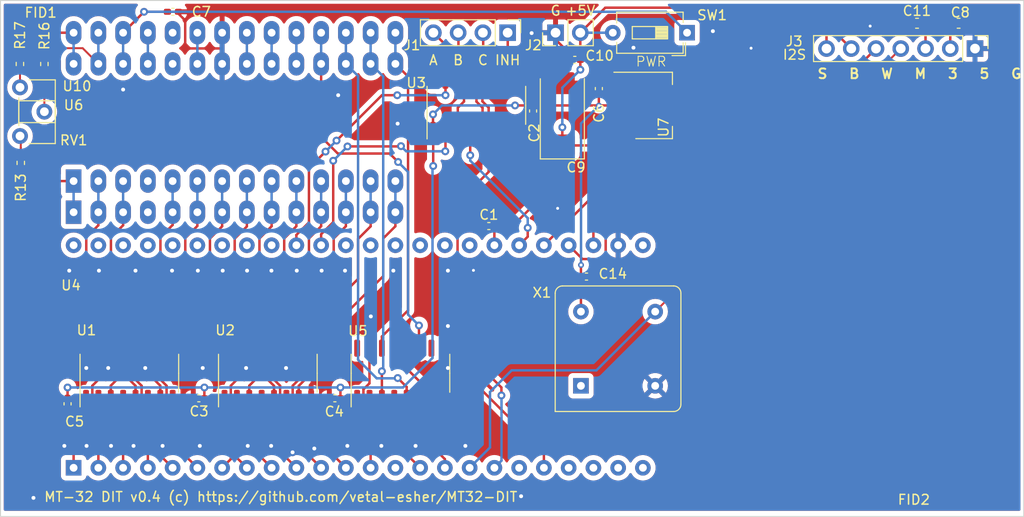
<source format=kicad_pcb>
(kicad_pcb (version 20240108) (generator "pcbnew") (generator_version "8.0")
  (layers (0 "F.Cu" signal) (31 "B.Cu" signal) (34 "B.Paste" user) (35 "F.Paste" user) (36 "B.SilkS" user "B.Silkscreen") (37 "F.SilkS" user "F.Silkscreen") (38 "B.Mask" user) (39 "F.Mask" user) (44 "Edge.Cuts" user))
  (net 0 "")
  (net 1 "GNDREF")
  (net 2 "+5V")
  (net 3 "D1")
  (net 4 "D2")
  (net 5 "D3")
  (net 6 "D4")
  (net 7 "D5")
  (net 8 "D6")
  (net 9 "D7")
  (net 10 "D8")
  (net 11 "D9")
  (net 12 "D10")
  (net 13 "D11")
  (net 14 "D12")
  (net 15 "D13")
  (net 16 "CLK_INH")
  (net 17 "D14")
  (net 18 "D15")
  (net 19 "MCLK")
  (net 20 "SDATA")
  (net 21 "CLK_C")
  (net 22 "CLK_B")
  (net 23 "CLK_A")
  (net 24 "P1")
  (net 25 "P2")
  (net 26 "P3")
  (net 27 "P4")
  (net 28 "P5")
  (net 29 "P6")
  (net 30 "P7")
  (net 31 "P8")
  (net 32 "P9")
  (net 33 "P10")
  (net 34 "P11")
  (net 35 "P12")
  (net 36 "P13")
  (net 37 "P14")
  (net 38 "P15")
  (net 39 "C_A")
  (net 40 "C_B")
  (net 41 "C_C")
  (net 42 "C_INH")
  (net 47 "/PCM1")
  (net 49 "/PCM19")
  (net 53 "DTR")
  (net 54 "D16")
  (net 60 "BCK")
  (net 61 "WCLK")
  (net 71 "TEST_INH")
  (net 72 "TEST_C")
  (net 73 "TEST_B")
  (net 74 "TEST_A")
  (net 75 "TEST_BCK")
  (net 76 "/PCM20")
  (net 77 "/PCM21")
  (net 78 "P16")
  (net 79 "/PCM23")
  (net 84 "/PCM25")
  (net 86 "/PCM27")
  (net 87 "/PCM28")
  (net 90 "+3V3")
  (net 91 "/PCM26")
  (net 92 "Net-(R13-Pad2)")
  (net 93 "Net-(R16-Pad1)")
  (net 94 "Net-(R17-Pad1)")
  (footprint "Package_SO:SO-16_3.9x9.9mm_P1.27mm" (layer "F.Cu") (at 173.18 112.54 90)
    (property "Reference" "U2")
    (property "Value" "4050")
  )
  (footprint "Capacitor_SMD:C_0402_1005Metric_Pad0.74x0.62mm_HandSolder" (layer "F.Cu") (at 200.4 85.6 -90)
    (property "Reference" "C2")
    (property "Value" "0.1uF")
  )
  (footprint "Capacitor_SMD:C_0402_1005Metric_Pad0.74x0.62mm_HandSolder" (layer "F.Cu") (at 180.06 115.11 180)
    (property "Reference" "C4")
    (property "Value" "0.1uF")
  )
  (footprint "Capacitor_Tantalum_SMD:CP_EIA-7343-43_Kemet-X_Pad2.25x2.55mm_HandSolder" (layer "F.Cu") (at 203.4 85.94 90)
    (property "Reference" "C9")
    (property "Value" "22uF")
  )
  (footprint "Capacitor_SMD:C_0402_1005Metric_Pad0.74x0.62mm_HandSolder" (layer "F.Cu") (at 207.15 83.3 90)
    (property "Reference" "C6")
    (property "Value" "0.1uF")
  )
  (footprint "Resistor_SMD:R_0402_1005Metric_Pad0.72x0.64mm_HandSolder" (layer "F.Cu") (at 150.25 80.775 90)
    (property "Reference" "R16")
    (property "Value" "1M")
  )
  (footprint "Connector_PinHeader_2.54mm:PinHeader_1x04_P2.54mm_Vertical" (layer "F.Cu") (at 197.79 77.56 -90)
    (property "Reference" "J1")
    (property "Value" "DEMUX_IN")
  )
  (footprint "Button_Switch_THT:SW_DIP_SPSTx01_Slide_6.7x4.1mm_W7.62mm_P2.54mm_LowProfile" (layer "F.Cu") (at 216.2 77.56 180)
    (property "Reference" "SW1")
    (property "Value" "PWR")
  )
  (footprint "Resistor_SMD:R_0402_1005Metric_Pad0.72x0.64mm_HandSolder" (layer "F.Cu") (at 147.74 80.772 90)
    (property "Reference" "R17")
    (property "Value" "330K")
  )
  (footprint "pe65612nl:PCM54" (layer "F.Cu") (at 153.25 96 90)
    (property "Reference" "U6")
    (property "Value" "PCM54HP")
  )
  (footprint "pe65612nl:PCM54" (layer "F.Cu") (at 153.25 92.8 90)
    (property "Reference" "U10")
    (property "Value" "PCM54HP")
  )
  (footprint "Capacitor_SMD:C_0402_1005Metric_Pad0.74x0.62mm_HandSolder" (layer "F.Cu") (at 205.88 102.61 180)
    (property "Reference" "C14")
    (property "Value" "0.1uF")
  )
  (footprint "Capacitor_SMD:C_0402_1005Metric_Pad0.74x0.62mm_HandSolder" (layer "F.Cu") (at 195.86 97.42)
    (property "Reference" "C1")
    (property "Value" "0.1uF")
  )
  (footprint "Package_SO:SO-16_3.9x9.9mm_P1.27mm" (layer "F.Cu") (at 186.79 112.54 90)
    (property "Reference" "U5")
    (property "Value" "4050")
  )
  (footprint "Package_SO:SO-16_3.9x9.9mm_P1.27mm" (layer "F.Cu") (at 194.58 85.02 90)
    (property "Reference" "U3")
    (property "Value" "4050")
  )
  (footprint "Capacitor_SMD:C_0402_1005Metric_Pad0.74x0.62mm_HandSolder" (layer "F.Cu") (at 163.44 75.41)
    (property "Reference" "C7")
    (property "Value" "0.1uF")
  )
  (footprint "Fiducial:Fiducial_0.5mm_Mask1mm" (layer "F.Cu") (at 147.225 75.5)
    (property "Reference" "FID1")
    (property "Value" "Fiducial")
  )
  (footprint "Package_SO:SO-16_3.9x9.9mm_P1.27mm" (layer "F.Cu") (at 158.97 112.54 90)
    (property "Reference" "U1")
    (property "Value" "4050")
  )
  (footprint "Package_TO_SOT_SMD:SOT-223-3_TabPin2" (layer "F.Cu") (at 212.79 85.03)
    (property "Reference" "U7")
    (property "Value" "AP1117-33")
  )
  (footprint "Oscillator:Oscillator_DIP-8" (layer "F.Cu") (at 205.31 113.83)
    (property "Reference" "X1")
    (property "Value" "16.384MHz")
  )
  (footprint "Capacitor_SMD:C_0402_1005Metric_Pad0.74x0.62mm_HandSolder" (layer "F.Cu") (at 166.1 115.11 180)
    (property "Reference" "C3")
    (property "Value" "0.1uF")
  )
  (footprint "Capacitor_SMD:C_0603_1608Metric_Pad1.08x0.95mm_HandSolder" (layer "F.Cu") (at 239.8 76.59)
    (property "Reference" "C11")
    (property "Value" "2.2uF")
  )
  (footprint "tangnano:DIP-48_W15.24mm_Socket" (layer "F.Cu") (at 153.25 122.25 90)
    (property "Reference" "U4")
    (property "Value" "Gowin9K")
  )
  (footprint "Potentiometer_THT:Potentiometer_Piher_PT-6-H_Horizontal" (layer "F.Cu") (at 147.75 83.1725)
    (property "Reference" "RV1")
    (property "Value" "100K")
  )
  (footprint "Connector_PinHeader_2.54mm:PinHeader_1x02_P2.54mm_Vertical" (layer "F.Cu") (at 202.705 77.56 90)
    (property "Reference" "J2")
    (property "Value" "PWR_IN")
  )
  (footprint "Capacitor_SMD:C_0603_1608Metric_Pad1.08x0.95mm_HandSolder" (layer "F.Cu") (at 244.07 76.59 180)
    (property "Reference" "C8")
    (property "Value" "2.2uF")
  )
  (footprint "Resistor_SMD:R_0402_1005Metric_Pad0.72x0.64mm_HandSolder" (layer "F.Cu") (at 147.828 90.932 90)
    (property "Reference" "R13")
    (property "Value" "560K")
  )
  (footprint "Capacitor_SMD:C_0402_1005Metric_Pad0.74x0.62mm_HandSolder" (layer "F.Cu") (at 152.63 115.68 -90)
    (property "Reference" "C5")
    (property "Value" "0.1uF")
  )
  (footprint "Capacitor_SMD:C_0402_1005Metric_Pad0.74x0.62mm_HandSolder" (layer "F.Cu") (at 204.68 80.35 180)
    (property "Reference" "C10")
    (property "Value" "0.1uF")
  )
  (footprint "Connector_PinHeader_2.54mm:PinHeader_1x07_P2.54mm_Vertical" (layer "F.Cu") (at 245.75 79.19 -90)
    (property "Reference" "J3")
    (property "Value" "I2S_CONN")
  )
  (footprint "Fiducial:Fiducial_0.5mm_Mask1mm" (layer "F.Cu") (at 242.32 125.4)
    (property "Reference" "FID2")
    (property "Value" "Fiducial")
  )
  (gr_rect (start 145.75 74.25) (end 250.75 127.25) (stroke (width 0.1)) (fill none) (layer "Edge.Cuts"))
  (gr_text "+5V" (at 205.245 75.3 0) (layer "F.SilkS") (effects (font (size 1 1))))
  (gr_text "C" (at 195.25 80.38 0) (layer "F.SilkS") (effects (font (size 1 1))))
  (gr_text "S   B   W   M   3   5   G" (at 229.49 82.36 0) (layer "F.SilkS") (effects (font (size 1 1) (thickness 0.2) (bold yes)) (justify left bottom)))
  (gr_text "MT-32 DIT v0.4 (c) https://github.com/vetal-esher/MT32-DIT" (at 174.51 125.24 0) (layer "F.SilkS") (effects (font (size 1 1))))
  (gr_text "A" (at 190.17 80.38 0) (layer "F.SilkS") (effects (font (size 1 1))))
  (gr_text "INH" (at 197.79 80.38 0) (layer "F.SilkS") (effects (font (size 1 1))))
  (gr_text "G" (at 202.705 75.3 0) (layer "F.SilkS") (effects (font (size 1 1))))
  (gr_text "I2S" (at 227.23 79.82 0) (layer "F.SilkS") (effects (font (size 1 1))))
  (gr_text "B" (at 192.71 80.38 0) (layer "F.SilkS") (effects (font (size 1 1))))
  (gr_text "PWR" (at 210.88 81.11 0) (layer "F.SilkS") (effects (font (size 1 1) (thickness 0.1)) (justify left bottom)))
  (segment (start 164.7 76.3) (end 164.7 78.7) (width 0.25) (layer "F.Cu") (net 1))
  (segment (start 164.0075 75.6075) (end 164.7 76.3) (width 0.25) (layer "F.Cu") (net 1))
  (segment (start 202.705 77.56) (end 202.705 78.255) (width 0.25) (layer "F.Cu") (net 1))
  (segment (start 179.4875 115.115) (end 179.4925 115.11) (width 0.25) (layer "F.Cu") (net 1))
  (segment (start 209.6375 82.7325) (end 209.64 82.73) (width 0.25) (layer "F.Cu") (net 1))
  (segment (start 177.625 115.115) (end 179.4875 115.115) (width 0.25) (layer "F.Cu") (net 1))
  (segment (start 202.705 78.255) (end 204.125 79.675) (width 0.25) (layer "F.Cu") (net 1))
  (segment (start 204.125 80.3375) (end 204.1125 80.35) (width 0.25) (layer "F.Cu") (net 1))
  (segment (start 163.345 115.115) (end 165.5275 115.115) (width 0.25) (layer "F.Cu") (net 1))
  (segment (start 204.1125 80.8125) (end 203.4 81.525) (width 0.25) (layer "F.Cu") (net 1))
  (segment (start 164.0075 75.41) (end 164.0075 75.6075) (width 0.25) (layer "F.Cu") (net 1))
  (segment (start 164.7 78.7) (end 165.175 79.175) (width 0.25) (layer "F.Cu") (net 1))
  (segment (start 203.4 82.74) (end 207.1425 82.74) (width 0.25) (layer "F.Cu") (net 1))
  (segment (start 203.4 81.525) (end 203.4 82.74) (width 0.25) (layer "F.Cu") (net 1))
  (segment (start 204.125 79.675) (end 204.125 80.3375) (width 0.25) (layer "F.Cu") (net 1))
  (segment (start 165.175 79.175) (end 168.375 79.175) (width 0.25) (layer "F.Cu") (net 1))
  (segment (start 207.15 82.7325) (end 209.6375 82.7325) (width 0.25) (layer "F.Cu") (net 1))
  (segment (start 165.5275 115.115) (end 165.5325 115.11) (width 0.25) (layer "F.Cu") (net 1))
  (segment (start 204.1125 80.35) (end 204.1125 80.8125) (width 0.25) (layer "F.Cu") (net 1))
  (segment (start 168.49 79.06) (end 168.49 77.56) (width 0.25) (layer "F.Cu") (net 1))
  (segment (start 207.1425 82.74) (end 207.15 82.7325) (width 0.25) (layer "F.Cu") (net 1))
  (segment (start 168.375 79.175) (end 168.49 79.06) (width 0.25) (layer "F.Cu") (net 1))
  (via (at 159.4 120) (size 0.8) (drill 0.4) (layers "F.Cu" "B.Cu") (net 1))
  (via (at 166.2 120) (size 0.8) (drill 0.4) (layers "F.Cu" "B.Cu") (net 1))
  (via (at 218.85 77.4) (size 0.8) (drill 0.4) (layers "F.Cu" "B.Cu") (net 1))
  (via (at 173.52 120) (size 0.8) (drill 0.4) (layers "F.Cu" "B.Cu") (net 1))
  (via (at 158.33 83.4) (size 0.8) (drill 0.4) (layers "F.Cu" "B.Cu") (net 1))
  (via (at 152.8 102) (size 0.8) (drill 0.4) (layers "F.Cu" "B.Cu") (net 1))
  (via (at 178.7 102) (size 0.8) (drill 0.4) (layers "F.Cu" "B.Cu") (net 1))
  (via (at 155.85 102) (size 0.8) (drill 0.4) (layers "F.Cu" "B.Cu") (net 1))
  (via (at 180.4 83.98) (size 0.8) (drill 0.4) (layers "F.Cu" "B.Cu") (net 1))
  (via (at 234.99 76.88) (size 0.6) (drill 0.3) (layers "F.Cu" "B.Cu") (net 1))
  (via (at 193.45 120) (size 0.8) (drill 0.4) (layers "F.Cu" "B.Cu") (net 1))
  (via (at 168.55 102) (size 0.8) (drill 0.4) (layers "F.Cu" "B.Cu") (net 1))
  (via (at 181.1 102) (size 0.8) (drill 0.4) (layers "F.Cu" "B.Cu") (net 1))
  (via (at 222.77 79.15) (size 0.6) (drill 0.3) (layers "F.Cu" "B.Cu") (net 1))
  (via (at 188.34 120) (size 0.8) (drill 0.4) (layers "F.Cu" "B.Cu") (net 1))
  (via (at 175.05 112) (size 0.8) (drill 0.4) (layers "F.Cu" "B.Cu") (net 1))
  (via (at 191.66 102) (size 0.8) (drill 0.4) (layers "F.Cu" "B.Cu") (net 1))
  (via (at 152.3 120) (size 0.8) (drill 0.4) (layers "F.Cu" "B.Cu") (net 1))
  (via (at 156.8 112) (size 0.8) (drill 0.4) (layers "F.Cu" "B.Cu") (net 1))
  (via (at 154.55 112) (size 0.8) (drill 0.4) (layers "F.Cu" "B.Cu") (net 1))
  (via (at 191.66 107.69) (size 0.8) (drill 0.4) (layers "F.Cu" "B.Cu") (net 1))
  (via (at 176.15 102) (size 0.8) (drill 0.4) (layers "F.Cu" "B.Cu") (net 1))
  (via (at 210.7 79.1) (size 0.8) (drill 0.4) (layers "F.Cu" "B.Cu") (net 1))
  (via (at 186.5 86.9) (size 0.8) (drill 0.4) (layers "F.Cu" "B.Cu") (net 1))
  (via (at 162.38 120) (size 0.8) (drill 0.4) (layers "F.Cu" "B.Cu") (net 1))
  (via (at 194.28 101.97) (size 0.6) (drill 0.3) (layers "F.Cu" "B.Cu") (net 1))
  (via (at 199.17 125.17) (size 0.8) (drill 0.4) (layers "F.Cu" "B.Cu") (net 1))
  (via (at 160.6 112) (size 0.8) (drill 0.4) (layers "F.Cu" "B.Cu") (net 1))
  (via (at 181.34 120) (size 0.8) (drill 0.4) (layers "F.Cu" "B.Cu") (net 1))
  (via (at 202.92 95.6) (size 0.6) (drill 0.3) (layers "F.Cu" "B.Cu") (net 1))
  (via (at 159.6 102) (size 0.8) (drill 0.4) (layers "F.Cu" "B.Cu") (net 1))
  (via (at 157.09 120) (size 0.8) (drill 0.4) (layers "F.Cu" "B.Cu") (net 1))
  (via (at 154.58 120) (size 0.8) (drill 0.4) (layers "F.Cu" "B.Cu") (net 1))
  (via (at 191.66 112) (size 0.8) (drill 0.4) (layers "F.Cu" "B.Cu") (net 1))
  (via (at 173.55 102) (size 0.8) (drill 0.4) (layers "F.Cu" "B.Cu") (net 1))
  (via (at 166 102) (size 0.8) (drill 0.4) (layers "F.Cu" "B.Cu") (net 1))
  (via (at 170.95 112) (size 0.8) (drill 0.4) (layers "F.Cu" "B.Cu") (net 1))
  (via (at 166.5 112) (size 0.8) (drill 0.4) (layers "F.Cu" "B.Cu") (net 1))
  (via (at 171.05 102) (size 0.8) (drill 0.4) (layers "F.Cu" "B.Cu") (net 1))
  (via (at 177.95 120.27) (size 0.8) (drill 0.4) (layers "F.Cu" "B.Cu") (net 1))
  (via (at 163.35 102) (size 0.8) (drill 0.4) (layers "F.Cu" "B.Cu") (net 1))
  (via (at 175.72 120.66) (size 0.8) (drill 0.4) (layers "F.Cu" "B.Cu") (net 1))
  (via (at 186.06 102) (size 0.8) (drill 0.4) (layers "F.Cu" "B.Cu") (net 1))
  (via (at 183.75 106.7) (size 0.8) (drill 0.4) (layers "F.Cu" "B.Cu") (net 1))
  (via (at 171.12 120) (size 0.8) (drill 0.4) (layers "F.Cu" "B.Cu") (net 1))
  (via (at 200.25 77.6) (size 0.8) (drill 0.4) (layers "F.Cu" "B.Cu") (net 1))
  (via (at 184.83 120) (size 0.8) (drill 0.4) (layers "F.Cu" "B.Cu") (net 1))
  (via (at 149.13 125.34) (size 0.8) (drill 0.4) (layers "F.Cu" "B.Cu") (net 1))
  (segment (start 168.49 77.56) (end 168.49 80.76) (width 0.25) (layer "B.Cu") (net 1))
  (segment (start 207.895 87.33) (end 209.64 87.33) (width 0.25) (layer "F.Cu") (net 2))
  (segment (start 206.369511 76.430489) (end 207.81 74.99) (width 0.25) (layer "F.Cu") (net 2))
  (segment (start 205.245 77.56) (end 206.369511 76.435489) (width 0.25) (layer "F.Cu") (net 2))
  (segment (start 205.2475 81.3575) (end 205.25 81.36) (width 0.25) (layer "F.Cu") (net 2))
  (segment (start 198.3 97.42) (end 203.4 92.32) (width 0.25) (layer "F.Cu") (net 2))
  (segment (start 243.21 75.7) (end 243.21 79.19) (width 0.25) (layer "F.Cu") (net 2))
  (segment (start 206.369511 76.435489) (end 206.369511 76.430489) (width 0.25) (layer "F.Cu") (net 2))
  (segment (start 206.085 89.14) (end 207.895 87.33) (width 0.25) (layer "F.Cu") (net 2))
  (segment (start 196.4275 97.42) (end 196.4275 99.3875) (width 0.25) (layer "F.Cu") (net 2))
  (segment (start 205.245 77.56) (end 205.245 80.3475) (width 0.25) (layer "F.Cu") (net 2))
  (segment (start 196.4275 99.3875) (end 196.43 99.39) (width 0.25) (layer "F.Cu") (net 2))
  (segment (start 205.2475 80.35) (end 205.2475 81.3575) (width 0.25) (layer "F.Cu") (net 2))
  (segment (start 205.245 80.3475) (end 205.2475 80.35) (width 0.25) (layer "F.Cu") (net 2))
  (segment (start 203.4 87.28) (end 203.4 89.14) (width 0.25) (layer "F.Cu") (net 2))
  (segment (start 196.4275 97.42) (end 198.3 97.42) (width 0.25) (layer "F.Cu") (net 2))
  (segment (start 207.81 74.99) (end 242.5 74.99) (width 0.25) (layer "F.Cu") (net 2))
  (segment (start 242.5 74.99) (end 243.21 75.7) (width 0.25) (layer "F.Cu") (net 2))
  (segment (start 203.4 92.32) (end 203.4 89.14) (width 0.25) (layer "F.Cu") (net 2))
  (segment (start 203.4 89.14) (end 206.085 89.14) (width 0.25) (layer "F.Cu") (net 2))
  (via (at 205.25 81.36) (size 0.8) (drill 0.4) (layers "F.Cu" "B.Cu") (net 2))
  (via (at 203.4 87.28) (size 0.8) (drill 0.4) (layers "F.Cu" "B.Cu") (net 2))
  (segment (start 203.4 83.21) (end 203.4 87.28) (width 0.25) (layer "B.Cu") (net 2))
  (segment (start 205.25 81.36) (end 203.4 83.21) (width 0.25) (layer "B.Cu") (net 2))
  (segment (start 205.245 77.56) (end 208.58 77.56) (width 0.25) (layer "B.Cu") (net 2))
  (segment (start 155.17 113.82) (end 155.17 117.31) (width 0.25) (layer "F.Cu") (net 3))
  (segment (start 153.25 119.23) (end 153.25 122.25) (width 0.25) (layer "F.Cu") (net 3))
  (segment (start 155.795 113.195) (end 155.17 113.82) (width 0.25) (layer "F.Cu") (net 3))
  (segment (start 155.17 117.31) (end 153.25 119.23) (width 0.25) (layer "F.Cu") (net 3))
  (segment (start 155.795 109.965) (end 155.795 113.195) (width 0.25) (layer "F.Cu") (net 3))
  (segment (start 155.795 115.115) (end 155.79 115.12) (width 0.25) (layer "F.Cu") (net 4))
  (segment (start 155.79 115.12) (end 155.79 122.25) (width 0.25) (layer "F.Cu") (net 4))
  (segment (start 158.33 115.12) (end 158.33 122.25) (width 0.25) (layer "F.Cu") (net 5))
  (segment (start 158.335 115.115) (end 158.33 115.12) (width 0.25) (layer "F.Cu") (net 5))
  (segment (start 159.61 109.97) (end 159.61 113.2) (width 0.25) (layer "F.Cu") (net 6))
  (segment (start 160.23 113.82) (end 160.23 119.72) (width 0.25) (layer "F.Cu") (net 6))
  (segment (start 160.87 120.36) (end 160.87 122.25) (width 0.25) (layer "F.Cu") (net 6))
  (segment (start 159.605 109.965) (end 159.61 109.97) (width 0.25) (layer "F.Cu") (net 6))
  (segment (start 159.61 113.2) (end 160.23 113.82) (width 0.25) (layer "F.Cu") (net 6))
  (segment (start 160.23 119.72) (end 160.87 120.36) (width 0.25) (layer "F.Cu") (net 6))
  (segment (start 160.875 119.715) (end 163.41 122.25) (width 0.25) (layer "F.Cu") (net 7))
  (segment (start 160.875 115.115) (end 160.875 119.715) (width 0.25) (layer "F.Cu") (net 7))
  (segment (start 162.145 109.965) (end 162.145 113.175) (width 0.25) (layer "F.Cu") (net 8))
  (segment (start 162.145 113.175) (end 162.79 113.82) (width 0.25) (layer "F.Cu") (net 8))
  (segment (start 162.79 119.09) (end 165.95 122.25) (width 0.25) (layer "F.Cu") (net 8))
  (segment (start 162.79 113.82) (end 162.79 119.09) (width 0.25) (layer "F.Cu") (net 8))
  (segment (start 170.005 109.965) (end 170 109.97) (width 0.25) (layer "F.Cu") (net 9))
  (segment (start 170 113.2) (end 169.38 113.82) (width 0.25) (layer "F.Cu") (net 9))
  (segment (start 169.38 113.82) (end 169.38 121.36) (width 0.25) (layer "F.Cu") (net 9))
  (segment (start 169.38 121.36) (end 168.49 122.25) (width 0.25) (layer "F.Cu") (net 9))
  (segment (start 170 109.97) (end 170 113.2) (width 0.25) (layer "F.Cu") (net 9))
  (segment (start 170.005 115.115) (end 170.005 121.225) (width 0.25) (layer "F.Cu") (net 10))
  (segment (start 170.005 121.225) (end 171.03 122.25) (width 0.25) (layer "F.Cu") (net 10))
  (segment (start 172.545 121.225) (end 173.57 122.25) (width 0.25) (layer "F.Cu") (net 11))
  (segment (start 172.545 115.115) (end 172.545 121.225) (width 0.25) (layer "F.Cu") (net 11))
  (segment (start 173.84 109.99) (end 173.84 113.22) (width 0.25) (layer "F.Cu") (net 12))
  (segment (start 174.44 120.58) (end 176.11 122.25) (width 0.25) (layer "F.Cu") (net 12))
  (segment (start 174.44 113.82) (end 174.44 120.58) (width 0.25) (layer "F.Cu") (net 12))
  (segment (start 173.815 109.965) (end 173.84 109.99) (width 0.25) (layer "F.Cu") (net 12))
  (segment (start 173.84 113.22) (end 174.44 113.82) (width 0.25) (layer "F.Cu") (net 12))
  (segment (start 175.085 118.685) (end 178.65 122.25) (width 0.25) (layer "F.Cu") (net 13))
  (segment (start 175.085 115.115) (end 175.085 118.685) (width 0.25) (layer "F.Cu") (net 13))
  (segment (start 175.73 113.82) (end 175.73 116.79) (width 0.25) (layer "F.Cu") (net 14))
  (segment (start 176.35 109.97) (end 176.35 113.2) (width 0.25) (layer "F.Cu") (net 14))
  (segment (start 176.355 109.965) (end 176.35 109.97) (width 0.25) (layer "F.Cu") (net 14))
  (segment (start 176.35 113.2) (end 175.73 113.82) (width 0.25) (layer "F.Cu") (net 14))
  (segment (start 175.73 116.79) (end 181.19 122.25) (width 0.25) (layer "F.Cu") (net 14))
  (segment (start 183.61 109.97) (end 183.615 109.965) (width 0.25) (layer "F.Cu") (net 15))
  (segment (start 183.61 113.573249) (end 183.61 109.97) (width 0.25) (layer "F.Cu") (net 15))
  (segment (start 182.99 117.08) (end 182.99 114.193249) (width 0.25) (layer "F.Cu") (net 15))
  (segment (start 182.99 114.193249) (end 183.61 113.573249) (width 0.25) (layer "F.Cu") (net 15))
  (segment (start 183.73 122.25) (end 183.73 117.82) (width 0.25) (layer "F.Cu") (net 15))
  (segment (start 183.73 117.82) (end 182.99 117.08) (width 0.25) (layer "F.Cu") (net 15))
  (segment (start 197.15 114) (end 192.65 109.5) (width 0.25) (layer "F.Cu") (net 16))
  (segment (start 192.65 95.05) (end 195.84 91.86) (width 0.25) (layer "F.Cu") (net 16))
  (segment (start 195.2 82.46) (end 195.215 82.445) (width 0.25) (layer "F.Cu") (net 16))
  (segment (start 195.84 91.86) (end 195.84 85.253604) (width 0.25) (layer "F.Cu") (net 16))
  (segment (start 195.84 85.253604) (end 195.2 84.613604) (width 0.25) (layer "F.Cu") (net 16))
  (segment (start 192.65 109.5) (end 192.65 95.05) (width 0.25) (layer "F.Cu") (net 16))
  (segment (start 197.15 114.82) (end 197.15 114) (width 0.25) (layer "F.Cu") (net 16))
  (segment (start 195.2 84.613604) (end 195.2 82.46) (width 0.25) (layer "F.Cu") (net 16))
  (via (at 197.15 114.82) (size 0.8) (drill 0.4) (layers "F.Cu" "B.Cu") (net 16))
  (segment (start 197.16 121.52) (end 196.43 122.25) (width 0.25) (layer "B.Cu") (net 16))
  (segment (start 197.15 114.82) (end 197.16 114.83) (width 0.25) (layer "B.Cu") (net 16))
  (segment (start 197.16 114.83) (end 197.16 121.52) (width 0.25) (layer "B.Cu") (net 16))
  (segment (start 188.81 122.25) (end 183.615 117.055) (width 0.25) (layer "F.Cu") (net 17))
  (segment (start 183.615 117.055) (end 183.615 115.115) (width 0.25) (layer "F.Cu") (net 17))
  (segment (start 191.35 121.36) (end 186.155 116.165) (width 0.25) (layer "F.Cu") (net 18))
  (segment (start 186.155 116.165) (end 186.155 115.115) (width 0.25) (layer "F.Cu") (net 18))
  (segment (start 191.35 122.25) (end 191.35 121.36) (width 0.25) (layer "F.Cu") (net 18))
  (segment (start 219.345 81.645228) (end 219.345 99.795) (width 0.2) (layer "F.Cu") (net 19))
  (segment (start 238.13 79.19) (end 235.924009 81.395991) (width 0.2) (layer "F.Cu") (net 19))
  (segment (start 219.345 99.795) (end 212.93 106.21) (width 0.2) (layer "F.Cu") (net 19))
  (segment (start 219.594237 81.395991) (end 219.345 81.645228) (width 0.2) (layer "F.Cu") (net 19))
  (segment (start 235.924009 81.395991) (end 219.594237 81.395991) (width 0.2) (layer "F.Cu") (net 19))
  (segment (start 212.93 106.21) (end 206.9 112.24) (width 0.25) (layer "B.Cu") (net 19))
  (segment (start 206.9 112.24) (end 198.2 112.24) (width 0.25) (layer "B.Cu") (net 19))
  (segment (start 195.98 120.16) (end 193.89 122.25) (width 0.25) (layer "B.Cu") (net 19))
  (segment (start 195.98 114.46) (end 195.98 120.16) (width 0.25) (layer "B.Cu") (net 19))
  (segment (start 198.2 112.24) (end 195.98 114.46) (width 0.25) (layer "B.Cu") (net 19))
  (segment (start 218.066396 89.51) (end 212.026396 89.51) (width 0.25) (layer "F.Cu") (net 20))
  (segment (start 206.59 94.946396) (end 206.59 99.39) (width 0.25) (layer "F.Cu") (net 20))
  (segment (start 230.51 77.76) (end 229.8 77.05) (width 0.25) (layer "F.Cu") (net 20))
  (segment (start 229.8 77.05) (end 222.702792 77.05) (width 0.25) (layer "F.Cu") (net 20))
  (segment (start 222.702792 77.05) (end 218.47 81.282792) (width 0.25) (layer "F.Cu") (net 20))
  (segment (start 212.026396 89.51) (end 206.59 94.946396) (width 0.25) (layer "F.Cu") (net 20))
  (segment (start 218.47 89.106396) (end 218.066396 89.51) (width 0.25) (layer "F.Cu") (net 20))
  (segment (start 230.51 79.19) (end 230.51 77.76) (width 0.25) (layer "F.Cu") (net 20))
  (segment (start 218.47 81.282792) (end 218.47 89.106396) (width 0.25) (layer "F.Cu") (net 20))
  (segment (start 193.95 87.6) (end 193.945 87.595) (width 0.25) (layer "F.Cu") (net 21))
  (segment (start 193.95 90.15) (end 193.95 87.6) (width 0.25) (layer "F.Cu") (net 21))
  (segment (start 199.85 98.51) (end 198.97 99.39) (width 0.25) (layer "F.Cu") (net 21))
  (segment (start 199.85 97.6) (end 199.85 98.51) (width 0.25) (layer "F.Cu") (net 21))
  (via (at 199.85 97.6) (size 0.8) (drill 0.4) (layers "F.Cu" "B.Cu") (net 21))
  (via (at 193.95 90.15) (size 0.8) (drill 0.4) (layers "F.Cu" "B.Cu") (net 21))
  (segment (start 199.85 96.6) (end 193.95 90.7) (width 0.25) (layer "B.Cu") (net 21))
  (segment (start 199.85 97.6) (end 199.85 96.6) (width 0.25) (layer "B.Cu") (net 21))
  (segment (start 193.95 90.7) (end 193.95 90.15) (width 0.25) (layer "B.Cu") (net 21))
  (segment (start 191.41 89.72) (end 191.41 87.6) (width 0.25) (layer "F.Cu") (net 22))
  (segment (start 178.65 98.25863) (end 179.89 97.01863) (width 0.25) (layer "F.Cu") (net 22))
  (segment (start 186.8455 89.21) (end 186.8155 89.24) (width 0.25) (layer "F.Cu") (net 22))
  (segment (start 181.36 89.24) (end 181.355 89.245) (width 0.25) (layer "F.Cu") (net 22))
  (segment (start 186.8155 89.24) (end 181.36 89.24) (width 0.25) (layer "F.Cu") (net 22))
  (segment (start 178.65 99.39) (end 178.65 98.25863) (width 0.25) (layer "F.Cu") (net 22))
  (segment (start 191.39 89.74) (end 191.41 89.72) (width 0.25) (layer "F.Cu") (net 22))
  (segment (start 179.89 97.01863) (end 179.89 90.71) (width 0.25) (layer "F.Cu") (net 22))
  (segment (start 191.41 87.6) (end 191.405 87.595) (width 0.25) (layer "F.Cu") (net 22))
  (via (at 186.8455 89.21) (size 0.8) (drill 0.4) (layers "F.Cu" "B.Cu") (net 22))
  (via (at 179.89 90.71) (size 0.8) (drill 0.4) (layers "F.Cu" "B.Cu") (net 22))
  (via (at 191.39 89.74) (size 0.8) (drill 0.4) (layers "F.Cu" "B.Cu") (net 22))
  (via (at 181.355 89.245) (size 0.8) (drill 0.4) (layers "F.Cu" "B.Cu") (net 22))
  (segment (start 187.3755 89.74) (end 186.8455 89.21) (width 0.25) (layer "B.Cu") (net 22))
  (segment (start 179.89 90.71) (end 181.355 89.245) (width 0.25) (layer "B.Cu") (net 22))
  (segment (start 191.39 89.74) (end 187.3755 89.74) (width 0.25) (layer "B.Cu") (net 22))
  (segment (start 184.89 83.98) (end 186.46 83.98) (width 0.25) (layer "F.Cu") (net 23))
  (segment (start 176.11 98.33) (end 176.11 99.39) (width 0.25) (layer "F.Cu") (net 23))
  (segment (start 191.41 82.45) (end 191.405 82.445) (width 0.25) (layer "F.Cu") (net 23))
  (segment (start 177.4 91.47) (end 177.4 97.04) (width 0.25) (layer "F.Cu") (net 23))
  (segment (start 177.4 97.04) (end 176.11 98.33) (width 0.25) (layer "F.Cu") (net 23))
  (segment (start 191.41 83.98) (end 191.41 82.45) (width 0.25) (layer "F.Cu") (net 23))
  (segment (start 179.1 89.77) (end 177.4 91.47) (width 0.25) (layer "F.Cu") (net 23))
  (segment (start 180.23 88.64) (end 184.89 83.98) (width 0.25) (layer "F.Cu") (net 23))
  (via (at 180.23 88.64) (size 0.8) (drill 0.4) (layers "F.Cu" "B.Cu") (net 23))
  (via (at 186.46 83.98) (size 0.8) (drill 0.4) (layers "F.Cu" "B.Cu") (net 23))
  (via (at 191.41 83.98) (size 0.8) (drill 0.4) (layers "F.Cu" "B.Cu") (net 23))
  (via (at 179.1 89.77) (size 0.8) (drill 0.4) (layers "F.Cu" "B.Cu") (net 23))
  (segment (start 180.23 88.64) (end 179.1 89.77) (width 0.25) (layer "B.Cu") (net 23))
  (segment (start 186.46 83.98) (end 191.41 83.98) (width 0.25) (layer "B.Cu") (net 23))
  (segment (start 155.79 96) (end 155.79 97.34) (width 0.25) (layer "F.Cu") (net 24))
  (segment (start 154.55 105.64) (end 157.065 108.155) (width 0.25) (layer "F.Cu") (net 24))
  (segment (start 157.065 108.155) (end 157.065 109.965) (width 0.25) (layer "F.Cu") (net 24))
  (segment (start 154.55 98.58) (end 154.55 105.64) (width 0.25) (layer "F.Cu") (net 24))
  (segment (start 155.79 97.34) (end 154.55 98.58) (width 0.25) (layer "F.Cu") (net 24))
  (segment (start 155.79 92.8) (end 155.79 96) (width 0.25) (layer "B.Cu") (net 24))
  (segment (start 157.065 113.815) (end 157.065 115.115) (width 0.25) (layer "F.Cu") (net 25))
  (segment (start 157.08 107.533604) (end 157.69 108.143604) (width 0.25) (layer "F.Cu") (net 25))
  (segment (start 157.08 98.59) (end 157.08 107.533604) (width 0.25) (layer "F.Cu") (net 25))
  (segment (start 158.33 96) (end 158.33 97.34) (width 0.25) (layer "F.Cu") (net 25))
  (segment (start 157.69 108.143604) (end 157.69 113.19) (width 0.25) (layer "F.Cu") (net 25))
  (segment (start 157.69 113.19) (end 157.065 113.815) (width 0.25) (layer "F.Cu") (net 25))
  (segment (start 158.33 97.34) (end 157.08 98.59) (width 0.25) (layer "F.Cu") (net 25))
  (segment (start 158.33 92.8) (end 158.33 96) (width 0.25) (layer "B.Cu") (net 25))
  (segment (start 158.96 113.186396) (end 159.605 113.831396) (width 0.25) (layer "F.Cu") (net 26))
  (segment (start 162.16 98.56) (end 162.16 105.863249) (width 0.25) (layer "F.Cu") (net 26))
  (segment (start 162.16 105.863249) (end 158.96 109.063249) (width 0.25) (layer "F.Cu") (net 26))
  (segment (start 163.41 96) (end 163.41 97.31) (width 0.25) (layer "F.Cu") (net 26))
  (segment (start 163.41 97.31) (end 162.16 98.56) (width 0.25) (layer "F.Cu") (net 26))
  (segment (start 159.605 113.831396) (end 159.605 115.115) (width 0.25) (layer "F.Cu") (net 26))
  (segment (start 158.96 109.063249) (end 158.96 113.186396) (width 0.25) (layer "F.Cu") (net 26))
  (segment (start 163.41 92.8) (end 163.41 96) (width 0.25) (layer "B.Cu") (net 26))
  (segment (start 164.71 98.65) (end 164.71 105.13) (width 0.25) (layer "F.Cu") (net 27))
  (segment (start 164.71 105.13) (end 160.875 108.965) (width 0.25) (layer "F.Cu") (net 27))
  (segment (start 165.95 96) (end 165.95 97.41) (width 0.25) (layer "F.Cu") (net 27))
  (segment (start 165.95 97.41) (end 164.71 98.65) (width 0.25) (layer "F.Cu") (net 27))
  (segment (start 160.875 108.965) (end 160.875 109.965) (width 0.25) (layer "F.Cu") (net 27))
  (segment (start 165.95 92.8) (end 165.95 96) (width 0.25) (layer "B.Cu") (net 27))
  (segment (start 162.145 113.815) (end 162.145 115.115) (width 0.25) (layer "F.Cu") (net 28))
  (segment (start 167.24 103.32) (end 161.5 109.06) (width 0.25) (layer "F.Cu") (net 28))
  (segment (start 168.49 97.45) (end 167.24 98.7) (width 0.25) (layer "F.Cu") (net 28))
  (segment (start 161.5 113.17) (end 162.145 113.815) (width 0.25) (layer "F.Cu") (net 28))
  (segment (start 168.49 96) (end 168.49 97.45) (width 0.25) (layer "F.Cu") (net 28))
  (segment (start 167.24 98.7) (end 167.24 103.32) (width 0.25) (layer "F.Cu") (net 28))
  (segment (start 161.5 109.06) (end 161.5 113.17) (width 0.25) (layer "F.Cu") (net 28))
  (segment (start 168.49 92.8) (end 168.49 96) (width 0.25) (layer "B.Cu") (net 28))
  (segment (start 171.03 96) (end 171.03 97.46) (width 0.25) (layer "F.Cu") (net 29))
  (segment (start 171.03 97.46) (end 169.78 98.71) (width 0.25) (layer "F.Cu") (net 29))
  (segment (start 169.78 98.71) (end 169.78 103.6) (width 0.25) (layer "F.Cu") (net 29))
  (segment (start 169.78 103.6) (end 163.415 109.965) (width 0.25) (layer "F.Cu") (net 29))
  (segment (start 171.03 92.8) (end 171.03 96) (width 0.25) (layer "B.Cu") (net 29))
  (segment (start 172.32 98.69) (end 172.32 107.4) (width 0.25) (layer "F.Cu") (net 30))
  (segment (start 173.57 96) (end 173.57 97.44) (width 0.25) (layer "F.Cu") (net 30))
  (segment (start 173.57 97.44) (end 172.32 98.69) (width 0.25) (layer "F.Cu") (net 30))
  (segment (start 172.32 107.4) (end 171.275 108.445) (width 0.25) (layer "F.Cu") (net 30))
  (segment (start 171.275 108.445) (end 171.275 109.965) (width 0.25) (layer "F.Cu") (net 30))
  (segment (start 173.57 92.8) (end 173.57 96) (width 0.25) (layer "B.Cu") (net 30))
  (segment (start 174.86 105.496396) (end 171.9 108.456396) (width 0.25) (layer "F.Cu") (net 31))
  (segment (start 171.275 113.815) (end 171.275 115.115) (width 0.25) (layer "F.Cu") (net 31))
  (segment (start 176.11 97.44) (end 174.86 98.69) (width 0.25) (layer "F.Cu") (net 31))
  (segment (start 171.9 113.19) (end 171.275 113.815) (width 0.25) (layer "F.Cu") (net 31))
  (segment (start 171.9 108.456396) (end 171.9 113.19) (width 0.25) (layer "F.Cu") (net 31))
  (segment (start 176.11 96) (end 176.11 97.44) (width 0.25) (layer "F.Cu") (net 31))
  (segment (start 174.86 98.69) (end 174.86 105.496396) (width 0.25) (layer "F.Cu") (net 31))
  (segment (start 176.11 92.8) (end 176.11 96) (width 0.25) (layer "B.Cu") (net 31))
  (segment (start 173.19 109.03) (end 173.19 113.206396) (width 0.25) (layer "F.Cu") (net 32))
  (segment (start 178.65 96) (end 178.65 97.44) (width 0.25) (layer "F.Cu") (net 32))
  (segment (start 173.815 113.831396) (end 173.815 115.115) (width 0.25) (layer "F.Cu") (net 32))
  (segment (start 173.19 113.206396) (end 173.815 113.831396) (width 0.25) (layer "F.Cu") (net 32))
  (segment (start 177.4 98.69) (end 177.4 104.82) (width 0.25) (layer "F.Cu") (net 32))
  (segment (start 178.65 97.44) (end 177.4 98.69) (width 0.25) (layer "F.Cu") (net 32))
  (segment (start 177.4 104.82) (end 173.19 109.03) (width 0.25) (layer "F.Cu") (net 32))
  (segment (start 178.65 92.8) (end 178.65 96) (width 0.25) (layer "B.Cu") (net 32))
  (segment (start 179.94 104.16) (end 175.085 109.015) (width 0.25) (layer "F.Cu") (net 33))
  (segment (start 181.19 97.44) (end 179.94 98.69) (width 0.25) (layer "F.Cu") (net 33))
  (segment (start 175.085 109.015) (end 175.085 109.965) (width 0.25) (layer "F.Cu") (net 33))
  (segment (start 179.94 98.69) (end 179.94 104.16) (width 0.25) (layer "F.Cu") (net 33))
  (segment (start 181.19 96) (end 181.19 97.44) (width 0.25) (layer "F.Cu") (net 33))
  (segment (start 181.19 92.8) (end 181.19 96) (width 0.25) (layer "B.Cu") (net 33))
  (segment (start 176.355 113.831396) (end 176.355 115.115) (width 0.25) (layer "F.Cu") (net 34))
  (segment (start 183.73 97.45) (end 182.44 98.74) (width 0.25) (layer "F.Cu") (net 34))
  (segment (start 182.44 98.74) (end 182.44 102.85) (width 0.25) (layer "F.Cu") (net 34))
  (segment (start 182.44 102.85) (end 176.98 108.31) (width 0.25) (layer "F.Cu") (net 34))
  (segment (start 176.98 108.31) (end 176.98 113.206396) (width 0.25) (layer "F.Cu") (net 34))
  (segment (start 176.98 113.206396) (end 176.355 113.831396) (width 0.25) (layer "F.Cu") (net 34))
  (segment (start 183.73 96) (end 183.73 97.45) (width 0.25) (layer "F.Cu") (net 34))
  (segment (start 183.73 92.8) (end 183.73 96) (width 0.25) (layer "B.Cu") (net 34))
  (segment (start 186.27 97.44) (end 185.02 98.69) (width 0.25) (layer "F.Cu") (net 35))
  (segment (start 185.02 98.69) (end 185.02 102.57) (width 0.25) (layer "F.Cu") (net 35))
  (segment (start 185.02 102.57) (end 177.625 109.965) (width 0.25) (layer "F.Cu") (net 35))
  (segment (start 186.27 96) (end 186.27 97.44) (width 0.25) (layer "F.Cu") (net 35))
  (segment (start 186.27 92.8) (end 186.27 96) (width 0.25) (layer "B.Cu") (net 35))
  (segment (start 187.57 82.06) (end 187.57 106.08) (width 0.25) (layer "F.Cu") (net 36))
  (segment (start 186.27 80.76) (end 187.57 82.06) (width 0.25) (layer "F.Cu") (net 36))
  (segment (start 184.885 108.765) (end 184.885 109.965) (width 0.25) (layer "F.Cu") (net 36))
  (segment (start 187.57 106.08) (end 184.885 108.765) (width 0.25) (layer "F.Cu") (net 36))
  (segment (start 186.27 77.56) (end 186.27 80.76) (width 0.25) (layer "B.Cu") (net 36))
  (segment (start 184.885 112.335) (end 184.885 115.115) (width 0.25) (layer "F.Cu") (net 37))
  (via (at 184.885 112.335) (size 0.8) (drill 0.4) (layers "F.Cu" "B.Cu") (net 37))
  (segment (start 185.02 82.05) (end 183.73 80.76) (width 0.25) (layer "B.Cu") (net 37))
  (segment (start 183.73 77.56) (end 183.73 80.76) (width 0.25) (layer "B.Cu") (net 37))
  (segment (start 185.02 112.2) (end 185.02 82.05) (width 0.25) (layer "B.Cu") (net 37))
  (segment (start 184.885 112.335) (end 185.02 112.2) (width 0.25) (layer "B.Cu") (net 37))
  (segment (start 186.51 113.03) (end 187.425 113.945) (width 0.25) (layer "F.Cu") (net 38))
  (segment (start 187.425 113.945) (end 187.425 115.115) (width 0.25) (layer "F.Cu") (net 38))
  (via (at 186.51 113.03) (size 0.8) (drill 0.4) (layers "F.Cu" "B.Cu") (net 38))
  (segment (start 181.19 77.56) (end 181.19 80.76) (width 0.25) (layer "B.Cu") (net 38))
  (segment (start 186.48 113.06) (end 184.35 113.06) (width 0.25) (layer "B.Cu") (net 38))
  (segment (start 184.35 113.06) (end 182.44 111.15) (width 0.25) (layer "B.Cu") (net 38))
  (segment (start 182.44 82.01) (end 181.19 80.76) (width 0.25) (layer "B.Cu") (net 38))
  (segment (start 182.44 111.15) (end 182.44 82.01) (width 0.25) (layer "B.Cu") (net 38))
  (segment (start 186.51 113.03) (end 186.48 113.06) (width 0.25) (layer "B.Cu") (net 38))
  (segment (start 190.17 77.56) (end 192.675 80.065) (width 0.25) (layer "F.Cu") (net 39))
  (segment (start 192.675 80.065) (end 192.675 82.445) (width 0.25) (layer "F.Cu") (net 39))
  (segment (start 193.31 79.876802) (end 192.74 79.306802) (width 0.25) (layer "F.Cu") (net 40))
  (segment (start 192.74 79.306802) (end 192.74 77.59) (width 0.25) (layer "F.Cu") (net 40))
  (segment (start 192.74 77.59) (end 192.71 77.56) (width 0.25) (layer "F.Cu") (net 40))
  (segment (start 192.675 85.265) (end 193.31 84.63) (width 0.25) (layer "F.Cu") (net 40))
  (segment (start 193.31 84.63) (end 193.31 79.876802) (width 0.25) (layer "F.Cu") (net 40))
  (segment (start 192.675 87.595) (end 192.675 85.265) (width 0.25) (layer "F.Cu") (net 40))
  (segment (start 195.28 77.59) (end 195.28 79.3) (width 0.25) (layer "F.Cu") (net 41))
  (segment (start 194.59 84.64) (end 195.215 85.265) (width 0.25) (layer "F.Cu") (net 41))
  (segment (start 194.59 79.99) (end 194.59 84.64) (width 0.25) (layer "F.Cu") (net 41))
  (segment (start 195.25 77.56) (end 195.28 77.59) (width 0.25) (layer "F.Cu") (net 41))
  (segment (start 195.28 79.3) (end 194.59 79.99) (width 0.25) (layer "F.Cu") (net 41))
  (segment (start 195.215 85.265) (end 195.215 87.595) (width 0.25) (layer "F.Cu") (net 41))
  (segment (start 197.79 77.56) (end 197.8 77.57) (width 0.25) (layer "F.Cu") (net 42))
  (segment (start 196.485 80.635) (end 196.485 82.445) (width 0.25) (layer "F.Cu") (net 42))
  (segment (start 197.8 79.32) (end 196.485 80.635) (width 0.25) (layer "F.Cu") (net 42))
  (segment (start 197.8 77.57) (end 197.8 79.32) (width 0.25) (layer "F.Cu") (net 42))
  (segment (start 153.25 92.8) (end 151.41 92.8) (width 0.25) (layer "F.Cu") (net 47))
  (segment (start 151.41 92.8) (end 150.1395 91.5295) (width 0.25) (layer "F.Cu") (net 47))
  (segment (start 150.1395 91.5295) (end 147.828 91.5295) (width 0.25) (layer "F.Cu") (net 47))
  (segment (start 153.25 92.8) (end 153.25 96) (width 0.25) (layer "B.Cu") (net 47))
  (segment (start 176.11 77.56) (end 176.11 80.76) (width 0.25) (layer "B.Cu") (net 49))
  (segment (start 188.86 113.49) (end 194.35 113.49) (width 0.25) (layer "F.Cu") (net 54))
  (segment (start 194.35 113.49) (end 201.51 120.65) (width 0.25) (layer "F.Cu") (net 54))
  (segment (start 201.51 120.65) (end 201.51 122.25) (width 0.25) (layer "F.Cu") (net 54))
  (segment (start 187.425 109.965) (end 187.425 112.055) (width 0.25) (layer "F.Cu") (net 54))
  (segment (start 187.425 112.055) (end 188.86 113.49) (width 0.25) (layer "F.Cu") (net 54))
  (segment (start 217.88 89.06) (end 218.02 88.92) (width 0.25) (layer "F.Cu") (net 60))
  (segment (start 211.84 89.06) (end 217.88 89.06) (width 0.25) (layer "F.Cu") (net 60))
  (segment (start 222.516396 76.6) (end 230.46 76.6) (width 0.25) (layer "F.Cu") (net 60))
  (segment (start 230.46 76.6) (end 233.05 79.19) (width 0.25) (layer "F.Cu") (net 60))
  (segment (start 218.02 81.096396) (end 222.516396 76.6) (width 0.25) (layer "F.Cu") (net 60))
  (segment (start 201.51 99.39) (end 211.84 89.06) (width 0.25) (layer "F.Cu") (net 60))
  (segment (start 218.02 88.92) (end 218.02 81.096396) (width 0.25) (layer "F.Cu") (net 60))
  (segment (start 218.92 89.292792) (end 218.92 81.469188) (width 0.25) (layer "F.Cu") (net 61))
  (segment (start 218.252792 89.96) (end 218.92 89.292792) (width 0.25) (layer "F.Cu") (net 61))
  (segment (start 204.05 99.39) (end 205.47 100.81) (width 0.25) (layer "F.Cu") (net 61))
  (segment (start 233.809009 80.970991) (end 235.59 79.19) (width 0.25) (layer "F.Cu") (net 61))
  (segment (start 205.47 100.81) (end 207.2 100.81) (width 0.25) (layer "F.Cu") (net 61))
  (segment (start 218.92 81.469188) (end 219.418197 80.970991) (width 0.25) (layer "F.Cu") (net 61))
  (segment (start 207.2 100.81) (end 207.85 100.16) (width 0.25) (layer "F.Cu") (net 61))
  (segment (start 219.418197 80.970991) (end 233.809009 80.970991) (width 0.25) (layer "F.Cu") (net 61))
  (segment (start 212.212792 89.96) (end 218.252792 89.96) (width 0.25) (layer "F.Cu") (net 61))
  (segment (start 207.85 100.16) (end 207.85 94.322792) (width 0.25) (layer "F.Cu") (net 61))
  (segment (start 207.85 94.322792) (end 212.212792 89.96) (width 0.25) (layer "F.Cu") (net 61))
  (segment (start 173.57 77.56) (end 173.57 80.76) (width 0.25) (layer "B.Cu") (net 76))
  (segment (start 171.03 77.56) (end 171.03 80.76) (width 0.25) (layer "B.Cu") (net 77))
  (segment (start 188.69 107.63) (end 188.69 109.96) (width 0.25) (layer "F.Cu") (net 78))
  (segment (start 186.55 90.84) (end 185.68 89.97) (width 0.25) (layer "F.Cu") (net 78))
  (segment (start 180.36 89.97) (end 178.65 88.26) (width 0.25) (layer "F.Cu") (net 78))
  (segment (start 178.65 88.26) (end 178.65 80.76) (width 0.25) (layer "F.Cu") (net 78))
  (segment (start 185.68 89.97) (end 180.36 89.97) (width 0.25) (layer "F.Cu") (net 78))
  (segment (start 188.69 109.96) (end 188.695 109.965) (width 0.25) (layer "F.Cu") (net 78))
  (via (at 186.55 90.84) (size 0.8) (drill 0.4) (layers "F.Cu" "B.Cu") (net 78))
  (via (at 188.69 107.63) (size 0.8) (drill 0.4) (layers "F.Cu" "B.Cu") (net 78))
  (segment (start 178.65 77.56) (end 178.65 80.76) (width 0.25) (layer "B.Cu") (net 78))
  (segment (start 186.55 90.84) (end 187.57 91.86) (width 0.25) (layer "B.Cu") (net 78))
  (segment (start 187.57 106.51) (end 188.69 107.63) (width 0.25) (layer "B.Cu") (net 78))
  (segment (start 187.57 91.86) (end 187.57 106.51) (width 0.25) (layer "B.Cu") (net 78))
  (segment (start 165.95 77.56) (end 165.95 80.76) (width 0.25) (layer "B.Cu") (net 79))
  (segment (start 160.87 77.56) (end 160.87 80.76) (width 0.25) (layer "B.Cu") (net 84))
  (segment (start 150.25 80.1775) (end 151.0475 80.1775) (width 0.2) (layer "F.Cu") (net 86))
  (segment (start 151.0475 80.1775) (end 152.075 79.15) (width 0.2) (layer "F.Cu") (net 86))
  (segment (start 154.18 79.15) (end 155.79 80.76) (width 0.2) (layer "F.Cu") (net 86))
  (segment (start 152.075 79.15) (end 154.18 79.15) (width 0.2) (layer "F.Cu") (net 86))
  (segment (start 155.79 77.56) (end 155.79 80.76) (width 0.25) (layer "B.Cu") (net 86))
  (segment (start 153.25 77.56) (end 151.294 77.56) (width 0.25) (layer "F.Cu") (net 87))
  (segment (start 151.294 77.56) (end 148.6795 80.1745) (width 0.25) (layer "F.Cu") (net 87))
  (segment (start 148.6795 80.1745) (end 147.74 80.1745) (width 0.25) (layer "F.Cu") (net 87))
  (segment (start 153.25 77.56) (end 153.25 80.76) (width 0.25) (layer "B.Cu") (net 87))
  (segment (start 207.2 85.03) (end 207.17 85.03) (width 0.25) (layer "F.Cu") (net 90))
  (segment (start 207.2 85.03) (end 209.64 85.03) (width 0.25) (layer "F.Cu") (net 90))
  (segment (start 180.63 114) (end 180.63 115.1075) (width 0.25) (layer "F.Cu") (net 90))
  (segment (start 198.5525 85.0325) (end 198.55 85.03) (width 0.25) (layer "F.Cu") (net 90))
  (segment (start 200.4 85.0325) (end 198.5525 85.0325) (width 0.25) (layer "F.Cu") (net 90))
  (segment (start 152.63 115.1125) (end 152.63 114) (width 0.25) (layer "F.Cu") (net 90))
  (segment (start 207.13 85.03) (end 207.09 85.03) (width 0.25) (layer "F.Cu") (net 90))
  (segment (start 207.15 83.8675) (end 207.15 84.97) (width 0.25) (layer "F.Cu") (net 90))
  (segment (start 207.15 84.97) (end 207.09 85.03) (width 0.25) (layer "F.Cu") (net 90))
  (segment (start 235.81 75.44) (end 240.22 75.44) (width 0.25) (layer "F.Cu") (net 90))
  (segment (start 190.13 85.95) (end 190.13 87.59) (width 0.25) (layer "F.Cu") (net 90))
  (segment (start 152.63 115.1125) (end 154.4525 115.1125) (width 0.25) (layer "F.Cu") (net 90))
  (segment (start 205.31 101.43) (end 205.31 106.21) (width 0.25) (layer "F.Cu") (net 90))
  (segment (start 190.13 87.59) (end 190.135 87.595) (width 0.25) (layer "F.Cu") (net 90))
  (segment (start 207.17 85.03) (end 207.15 85.05) (width 0.25) (layer "F.Cu") (net 90))
  (segment (start 190.15 91.25) (end 190.15 87.61) (width 0.25) (layer "F.Cu") (net 90))
  (segment (start 168.73 115.11) (end 168.735 115.115) (width 0.25) (layer "F.Cu") (net 90))
  (segment (start 180.63 115.1075) (end 180.6275 115.11) (width 0.25) (layer "F.Cu") (net 90))
  (segment (start 190.15 87.61) (end 190.135 87.595) (width 0.25) (layer "F.Cu") (net 90))
  (segment (start 207.15 85.05) (end 207.13 85.03) (width 0.25) (layer "F.Cu") (net 90))
  (segment (start 215.94 82.54) (end 223.04 75.44) (width 0.25) (layer "F.Cu") (net 90))
  (segment (start 240.22 75.44) (end 240.67 75.89) (width 0.25) (layer "F.Cu") (net 90))
  (segment (start 154.4525 115.1125) (end 154.455 115.115) (width 0.25) (layer "F.Cu") (net 90))
  (segment (start 166.6675 115.11) (end 168.73 115.11) (width 0.25) (layer "F.Cu") (net 90))
  (segment (start 223.04 75.44) (end 235.81 75.44) (width 0.25) (layer "F.Cu") (net 90))
  (segment (start 166.6675 115.11) (end 166.6675 114.0025) (width 0.25) (layer "F.Cu") (net 90))
  (segment (start 207.09 85.03) (end 200.4625 85.03) (width 0.25) (layer "F.Cu") (net 90))
  (segment (start 215.94 85.03) (end 215.94 82.54) (width 0.25) (layer "F.Cu") (net 90))
  (segment (start 180.6275 115.11) (end 182.34 115.11) (width 0.25) (layer "F.Cu") (net 90))
  (segment (start 200.4625 85.03) (end 200.41 85.0825) (width 0.25) (layer "F.Cu") (net 90))
  (segment (start 182.34 115.11) (end 182.345 115.115) (width 0.25) (layer "F.Cu") (net 90))
  (segment (start 240.67 75.89) (end 240.67 79.19) (width 0.25) (layer "F.Cu") (net 90))
  (segment (start 209.64 85.03) (end 215.94 85.03) (width 0.25) (layer "F.Cu") (net 90))
  (segment (start 166.6675 114.0025) (end 166.67 114) (width 0.25) (layer "F.Cu") (net 90))
  (segment (start 205.32 101.42) (end 205.31 101.43) (width 0.25) (layer "F.Cu") (net 90))
  (via (at 166.67 114) (size 0.8) (drill 0.4) (layers "F.Cu" "B.Cu") (net 90))
  (via (at 205.32 101.42) (size 0.6) (drill 0.3) (layers "F.Cu" "B.Cu") (net 90))
  (via (at 152.63 114) (size 0.8) (drill 0.4) (layers "F.Cu" "B.Cu") (net 90))
  (via (at 207.15 85.05) (size 0.6) (drill 0.3) (layers "F.Cu" "B.Cu") (net 90))
  (via (at 190.15 91.25) (size 0.8) (drill 0.4) (layers "F.Cu" "B.Cu") (net 90))
  (via (at 180.63 114) (size 0.8) (drill 0.4) (layers "F.Cu" "B.Cu") (net 90))
  (via (at 198.55 85.03) (size 0.8) (drill 0.4) (layers "F.Cu" "B.Cu") (net 90))
  (via (at 190.13 85.95) (size 0.8) (drill 0.4) (layers "F.Cu" "B.Cu") (net 90))
  (segment (start 191.05 85.03) (end 190.13 85.95) (width 0.25) (layer "B.Cu") (net 90))
  (segment (start 205.32 86.88) (end 207.15 85.05) (width 0.25) (layer "B.Cu") (net 90))
  (segment (start 190.08 110.97) (end 190.08 91.32) (width 0.25) (layer "B.Cu") (net 90))
  (segment (start 187.05 114) (end 190.08 110.97) (width 0.25) (layer "B.Cu") (net 90))
  (segment (start 205.32 101.42) (end 205.32 86.88) (width 0.25) (layer "B.Cu") (net 90))
  (segment (start 190.08 91.32) (end 190.15 91.25) (width 0.25) (layer "B.Cu") (net 90))
  (segment (start 152.63 114) (end 166.67 114) (width 0.25) (layer "B.Cu") (net 90))
  (segment (start 180.63 114) (end 187.05 114) (width 0.25) (layer "B.Cu") (net 90))
  (segment (start 198.55 85.03) (end 191.05 85.03) (width 0.25) (layer "B.Cu") (net 90))
  (segment (start 166.67 114) (end 180.63 114) (width 0.25) (layer "B.Cu") (net 90))
  (segment (start 160.48 75.41) (end 158.33 77.56) (width 0.25) (layer "F.Cu") (net 91))
  (segment (start 162.8725 75.41) (end 160.48 75.41) (width 0.25) (layer "F.Cu") (net 91))
  (via (at 160.48 75.41) (size 0.8) (drill 0.4) (layers "F.Cu" "B.Cu") (net 91))
  (segment (start 158.33 77.56) (end 158.33 80.76) (width 0.25) (layer "B.Cu") (net 91))
  (segment (start 160.48 75.41) (end 214.05 75.41) (width 0.25) (layer "B.Cu") (net 91))
  (segment (start 214.05 75.41) (end 216.2 77.56) (width 0.25) (layer "B.Cu") (net 91))
  (segment (start 147.828 90.3345) (end 147.828 89.382) (width 0.2) (layer "F.Cu") (net 92))
  (segment (start 147.83 88.2525) (end 147.75 88.1725) (width 0.2) (layer "F.Cu") (net 92))
  (segment (start 147.828 89.382) (end 147.83 89.38) (width 0.2) (layer "F.Cu") (net 92))
  (segment (start 147.83 89.38) (end 147.83 88.2525) (width 0.2) (layer "F.Cu") (net 92))
  (segment (start 150.25 81.3725) (end 150.25 85.6725) (width 0.2) (layer "F.Cu") (net 93))
  (segment (start 147.75 81.3795) (end 147.75 83.1725) (width 0.2) (layer "F.Cu") (net 94))
  (segment (start 147.74 81.3695) (end 147.75 81.3795) (width 0.2) (layer "F.Cu") (net 94))
  (zone (net 1) (net_name "GNDREF") (layers "F&B.Cu") (connect_pads (clearance 0.508)) (min_thickness 0.254) (fill yes (thermal_gap 0.508) (thermal_bridge_width 0.508))
    (polygon (pts (xy 250.75 127.25) (xy 146.04 126.95) (xy 145.75 74.24) (xy 250.75 74.25)))
  )
)
</source>
